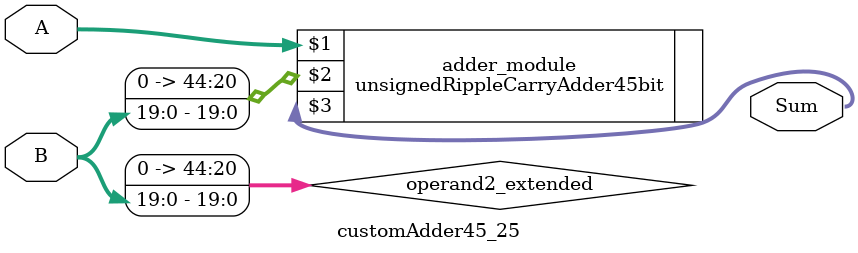
<source format=v>
module customAdder45_25(
                        input [44 : 0] A,
                        input [19 : 0] B,
                        
                        output [45 : 0] Sum
                );

        wire [44 : 0] operand2_extended;
        
        assign operand2_extended =  {25'b0, B};
        
        unsignedRippleCarryAdder45bit adder_module(
            A,
            operand2_extended,
            Sum
        );
        
        endmodule
        
</source>
